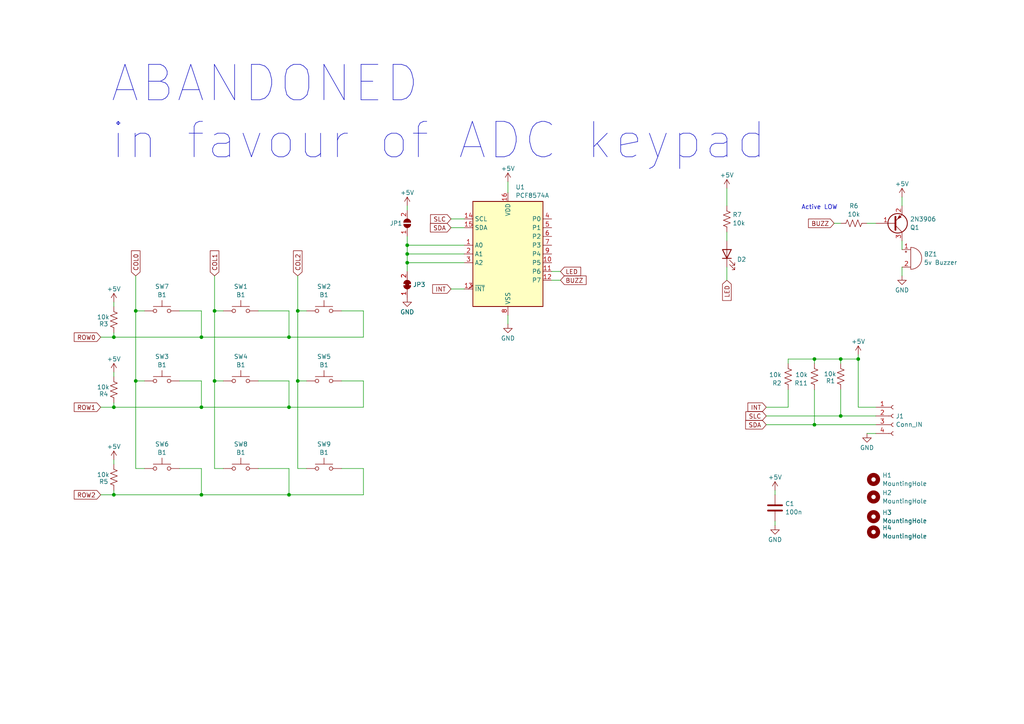
<source format=kicad_sch>
(kicad_sch (version 20230121) (generator eeschema)
  (paper "A4")
  (lib_symbols
    (symbol "Connector:Conn_01x04_Socket" (pin_names (offset 1.016) hide)
      (property "Reference" "J" (at 0 5.08 0))
      (property "Value" "Conn_01x04_Socket" (at 0 -7.62 0))
      (symbol "Conn_01x04_Socket_1_1"
        (arc (start 0 -4.572) (mid -0.5058 -5.08) (end 0 -5.588) (stroke (width 0.1524)))
        (arc (start 0 -2.032) (mid -0.5058 -2.54) (end 0 -3.048) (stroke (width 0.1524)))
        (polyline (pts (xy -1.27 -5.08) (xy -0.508 -5.08)) (stroke (width 0.1524)))
        (polyline (pts (xy -1.27 -2.54) (xy -0.508 -2.54)) (stroke (width 0.1524)))
        (polyline (pts (xy -1.27 0) (xy -0.508 0)) (stroke (width 0.1524)))
        (polyline (pts (xy -1.27 2.54) (xy -0.508 2.54)) (stroke (width 0.1524)))
        (arc (start 0 0.508) (mid -0.5058 0) (end 0 -0.508) (stroke (width 0.1524)))
        (arc (start 0 3.048) (mid -0.5058 2.54) (end 0 2.032) (stroke (width 0.1524)))
        (pin passive line (at -5.08 2.54 0) (length 3.81) (name "Pin_1") (number "1"))
        (pin passive line (at -5.08 0 0) (length 3.81) (name "Pin_2") (number "2"))
        (pin passive line (at -5.08 -2.54 0) (length 3.81) (name "Pin_3") (number "3"))
        (pin passive line (at -5.08 -5.08 0) (length 3.81) (name "Pin_4") (number "4"))
      )
    )
    (symbol "Device:Buzzer" (pin_names (offset 0.0254) hide)
      (property "Reference" "BZ" (at 3.81 1.27 0))
      (property "Value" "Buzzer" (at 3.81 -1.27 0))
      (symbol "Buzzer_0_1"
        (arc (start 0 -3.175) (mid 3.1612 0) (end 0 3.175))
        (polyline (pts (xy -1.651 1.905) (xy -1.143 1.905)))
        (polyline (pts (xy -1.397 2.159) (xy -1.397 1.651)))
        (polyline (pts (xy 0 3.175) (xy 0 -3.175)))
      )
      (symbol "Buzzer_1_1"
        (pin passive line (at -2.54 2.54 0) (length 2.54) (name "-") (number "1"))
        (pin passive line (at -2.54 -2.54 0) (length 2.54) (name "+") (number "2"))
      )
    )
    (symbol "Device:C" (pin_numbers hide) (pin_names (offset 0.254))
      (property "Reference" "C" (at 0.635 2.54 0))
      (property "Value" "C" (at 0.635 -2.54 0))
      (symbol "C_0_1"
        (polyline (pts (xy -2.032 -0.762) (xy 2.032 -0.762)) (stroke (width 0.508)))
        (polyline (pts (xy -2.032 0.762) (xy 2.032 0.762)) (stroke (width 0.508)))
      )
      (symbol "C_1_1"
        (pin passive line (at 0 3.81 270) (length 2.794) (name "~") (number "1"))
        (pin passive line (at 0 -3.81 90) (length 2.794) (name "~") (number "2"))
      )
    )
    (symbol "Device:LED" (pin_numbers hide) (pin_names (offset 1.016) hide)
      (property "Reference" "D" (at 0 2.54 0))
      (property "Value" "LED" (at 0 -2.54 0))
      (symbol "LED_0_1"
        (polyline (pts (xy -1.27 -1.27) (xy -1.27 1.27)) (stroke (width 0.254)))
        (polyline (pts (xy -1.27 0) (xy 1.27 0)))
        (polyline (pts (xy 1.27 -1.27) (xy 1.27 1.27) (xy -1.27 0) (xy 1.27 -1.27)) (stroke (width 0.254)))
        (polyline (pts (xy -3.048 -0.762) (xy -4.572 -2.286) (xy -3.81 -2.286) (xy -4.572 -2.286) (xy -4.572 -1.524)))
        (polyline (pts (xy -1.778 -0.762) (xy -3.302 -2.286) (xy -2.54 -2.286) (xy -3.302 -2.286) (xy -3.302 -1.524)))
      )
      (symbol "LED_1_1"
        (pin passive line (at -3.81 0 0) (length 2.54) (name "K") (number "1"))
        (pin passive line (at 3.81 0 180) (length 2.54) (name "A") (number "2"))
      )
    )
    (symbol "Device:Q_PNP_BEC" (pin_names (offset 0) hide)
      (property "Reference" "Q" (at 5.08 1.27 0))
      (property "Value" "Q_PNP_BEC" (at 5.08 -1.27 0))
      (symbol "Q_PNP_BEC_0_1"
        (polyline (pts (xy 0.635 0.635) (xy 2.54 2.54)))
        (polyline (pts (xy 0.635 -0.635) (xy 2.54 -2.54) (xy 2.54 -2.54)))
        (polyline (pts (xy 0.635 1.905) (xy 0.635 -1.905) (xy 0.635 -1.905)) (stroke (width 0.508)))
        (polyline (pts (xy 2.286 -1.778) (xy 1.778 -2.286) (xy 1.27 -1.27) (xy 2.286 -1.778) (xy 2.286 -1.778)) (fill (type outline)))
        (circle (center 1.27 0) (radius 2.8194) (stroke (width 0.254)))
      )
      (symbol "Q_PNP_BEC_1_1"
        (pin input line (at -5.08 0 0) (length 5.715) (name "B") (number "1"))
        (pin passive line (at 2.54 -5.08 90) (length 2.54) (name "E") (number "2"))
        (pin passive line (at 2.54 5.08 270) (length 2.54) (name "C") (number "3"))
      )
    )
    (symbol "Device:R_US" (pin_numbers hide) (pin_names (offset 0))
      (property "Reference" "R" (at 2.54 0 90))
      (property "Value" "R_US" (at -2.54 0 90))
      (symbol "R_US_0_1"
        (polyline (pts (xy 0 -2.286) (xy 0 -2.54)))
        (polyline (pts (xy 0 2.286) (xy 0 2.54)))
        (polyline (pts (xy 0 -0.762) (xy 1.016 -1.143) (xy 0 -1.524) (xy -1.016 -1.905) (xy 0 -2.286)))
        (polyline (pts (xy 0 0.762) (xy 1.016 0.381) (xy 0 0) (xy -1.016 -0.381) (xy 0 -0.762)))
        (polyline (pts (xy 0 2.286) (xy 1.016 1.905) (xy 0 1.524) (xy -1.016 1.143) (xy 0 0.762)))
      )
      (symbol "R_US_1_1"
        (pin passive line (at 0 3.81 270) (length 1.27) (name "~") (number "1"))
        (pin passive line (at 0 -3.81 90) (length 1.27) (name "~") (number "2"))
      )
    )
    (symbol "Interface_Expansion:PCF8574A"
      (property "Reference" "U" (at -8.89 16.51 0))
      (property "Value" "PCF8574A" (at 2.54 16.51 0))
      (symbol "PCF8574A_0_1"
        (rectangle (start -10.16 15.24) (end 10.16 -15.24) (stroke (width 0.254)) (fill (type background)))
      )
      (symbol "PCF8574A_1_1"
        (pin input line (at -12.7 2.54 0) (length 2.54) (name "A0") (number "1"))
        (pin bidirectional line (at 12.7 -2.54 180) (length 2.54) (name "P5") (number "10"))
        (pin bidirectional line (at 12.7 -5.08 180) (length 2.54) (name "P6") (number "11"))
        (pin bidirectional line (at 12.7 -7.62 180) (length 2.54) (name "P7") (number "12"))
        (pin open_collector output_low (at -12.7 -10.16 0) (length 2.54) (name "~{INT}") (number "13"))
        (pin input line (at -12.7 10.16 0) (length 2.54) (name "SCL") (number "14"))
        (pin bidirectional line (at -12.7 7.62 0) (length 2.54) (name "SDA") (number "15"))
        (pin power_in line (at 0 17.78 270) (length 2.54) (name "VDD") (number "16"))
        (pin input line (at -12.7 0 0) (length 2.54) (name "A1") (number "2"))
        (pin input line (at -12.7 -2.54 0) (length 2.54) (name "A2") (number "3"))
        (pin bidirectional line (at 12.7 10.16 180) (length 2.54) (name "P0") (number "4"))
        (pin bidirectional line (at 12.7 7.62 180) (length 2.54) (name "P1") (number "5"))
        (pin bidirectional line (at 12.7 5.08 180) (length 2.54) (name "P2") (number "6"))
        (pin bidirectional line (at 12.7 2.54 180) (length 2.54) (name "P3") (number "7"))
        (pin power_in line (at 0 -17.78 90) (length 2.54) (name "VSS") (number "8"))
        (pin bidirectional line (at 12.7 0 180) (length 2.54) (name "P4") (number "9"))
      )
    )
    (symbol "Jumper:SolderJumper_2_Bridged" (pin_names (offset 0) hide)
      (property "Reference" "JP" (at 0 2.032 0))
      (property "Value" "SolderJumper_2_Bridged" (at 0 -2.54 0))
      (symbol "SolderJumper_2_Bridged_0_1"
        (rectangle (start -0.508 0.508) (end 0.508 -0.508) (fill (type outline)))
        (arc (start -0.254 1.016) (mid -1.2656 0) (end -0.254 -1.016))
        (arc (start -0.254 1.016) (mid -1.2656 0) (end -0.254 -1.016) (fill (type outline)))
        (polyline (pts (xy -0.254 1.016) (xy -0.254 -1.016)))
        (polyline (pts (xy 0.254 1.016) (xy 0.254 -1.016)))
        (arc (start 0.254 -1.016) (mid 1.2656 0) (end 0.254 1.016))
        (arc (start 0.254 -1.016) (mid 1.2656 0) (end 0.254 1.016) (fill (type outline)))
      )
      (symbol "SolderJumper_2_Bridged_1_1"
        (pin passive line (at -3.81 0 0) (length 2.54) (name "A") (number "1"))
        (pin passive line (at 3.81 0 180) (length 2.54) (name "B") (number "2"))
      )
    )
    (symbol "Jumper:SolderJumper_2_Open" (pin_names (offset 0) hide)
      (property "Reference" "JP" (at 0 2.032 0))
      (property "Value" "SolderJumper_2_Open" (at 0 -2.54 0))
      (symbol "SolderJumper_2_Open_0_1"
        (arc (start -0.254 1.016) (mid -1.2656 0) (end -0.254 -1.016))
        (arc (start -0.254 1.016) (mid -1.2656 0) (end -0.254 -1.016) (fill (type outline)))
        (polyline (pts (xy -0.254 1.016) (xy -0.254 -1.016)))
        (polyline (pts (xy 0.254 1.016) (xy 0.254 -1.016)))
        (arc (start 0.254 -1.016) (mid 1.2656 0) (end 0.254 1.016))
        (arc (start 0.254 -1.016) (mid 1.2656 0) (end 0.254 1.016) (fill (type outline)))
      )
      (symbol "SolderJumper_2_Open_1_1"
        (pin passive line (at -3.81 0 0) (length 2.54) (name "A") (number "1"))
        (pin passive line (at 3.81 0 180) (length 2.54) (name "B") (number "2"))
      )
    )
    (symbol "Mechanical:MountingHole" (pin_names (offset 1.016))
      (property "Reference" "H" (at 0 5.08 0))
      (property "Value" "MountingHole" (at 0 3.175 0))
      (symbol "MountingHole_0_1"
        (circle (center 0 0) (radius 1.27) (stroke (width 1.27)))
      )
    )
    (symbol "Switch:SW_Push" (pin_numbers hide) (pin_names (offset 1.016) hide)
      (property "Reference" "SW" (at 1.27 2.54 0))
      (property "Value" "SW_Push" (at 0 -1.524 0))
      (symbol "SW_Push_0_1"
        (circle (center -2.032 0) (radius 0.508))
        (polyline (pts (xy 0 1.27) (xy 0 3.048)))
        (polyline (pts (xy 2.54 1.27) (xy -2.54 1.27)))
        (circle (center 2.032 0) (radius 0.508))
        (pin passive line (at -5.08 0 0) (length 2.54) (name "1") (number "1"))
        (pin passive line (at 5.08 0 180) (length 2.54) (name "2") (number "2"))
      )
    )
    (symbol "power:+5V" (power) (pin_names (offset 0))
      (property "Value" "+5V" (at 0 3.556 0))
      (symbol "+5V_0_1"
        (polyline (pts (xy -0.762 1.27) (xy 0 2.54)))
        (polyline (pts (xy 0 0) (xy 0 2.54)))
        (polyline (pts (xy 0 2.54) (xy 0.762 1.27)))
      )
      (symbol "+5V_1_1"
        (pin power_in line (at 0 0 90) (length 0) hide (name "+5V") (number "1"))
      )
    )
    (symbol "power:GND" (power) (pin_names (offset 0))
      (property "Value" "GND" (at 0 -3.81 0))
      (symbol "GND_0_1"
        (polyline (pts (xy 0 0) (xy 0 -1.27) (xy 1.27 -1.27) (xy 0 -2.54) (xy -1.27 -1.27) (xy 0 -1.27)))
      )
      (symbol "GND_1_1"
        (pin power_in line (at 0 0 270) (length 0) hide (name "GND") (number "1"))
      )
    )
  )
  (junction (at 118.11 73.66))
  (junction (at 118.11 76.2))
  (junction (at 62.23 90.17))
  (junction (at 33.02 97.79))
  (junction (at 58.42 143.51))
  (junction (at 243.84 104.14))
  (junction (at 243.84 120.65))
  (junction (at 83.82 143.51))
  (junction (at 236.22 123.19))
  (junction (at 39.37 110.49))
  (junction (at 39.37 90.17))
  (junction (at 62.23 110.49))
  (junction (at 83.82 118.11))
  (junction (at 33.02 118.11))
  (junction (at 58.42 118.11))
  (junction (at 236.22 104.14))
  (junction (at 58.42 97.79))
  (junction (at 33.02 143.51))
  (junction (at 86.36 90.17))
  (junction (at 118.11 71.12))
  (junction (at 86.36 110.49))
  (junction (at 248.92 104.14))
  (junction (at 83.82 97.79))
  (wire (pts (xy 118.11 59.69) (xy 118.11 60.96)))
  (wire (pts (xy 118.11 73.66) (xy 118.11 76.2)))
  (wire (pts (xy 228.6 113.03) (xy 228.6 118.11)))
  (wire (pts (xy 134.62 83.82) (xy 130.81 83.82)))
  (wire (pts (xy 74.93 110.49) (xy 83.82 110.49)))
  (wire (pts (xy 64.77 90.17) (xy 62.23 90.17)))
  (wire (pts (xy 58.42 90.17) (xy 58.42 97.79)))
  (wire (pts (xy 105.41 143.51) (xy 83.82 143.51)))
  (wire (pts (xy 74.93 90.17) (xy 83.82 90.17)))
  (wire (pts (xy 41.91 90.17) (xy 39.37 90.17)))
  (wire (pts (xy 62.23 110.49) (xy 62.23 135.89)))
  (wire (pts (xy 33.02 118.11) (xy 58.42 118.11)))
  (wire (pts (xy 118.11 76.2) (xy 134.62 76.2)))
  (wire (pts (xy 222.25 118.11) (xy 228.6 118.11)))
  (wire (pts (xy 52.07 110.49) (xy 58.42 110.49)))
  (wire (pts (xy 147.32 93.98) (xy 147.32 91.44)))
  (wire (pts (xy 261.62 57.15) (xy 261.62 59.69)))
  (wire (pts (xy 105.41 118.11) (xy 83.82 118.11)))
  (wire (pts (xy 39.37 80.01) (xy 39.37 90.17)))
  (wire (pts (xy 261.62 69.85) (xy 261.62 72.39)))
  (wire (pts (xy 39.37 110.49) (xy 39.37 135.89)))
  (wire (pts (xy 243.84 113.03) (xy 243.84 120.65)))
  (wire (pts (xy 236.22 104.14) (xy 243.84 104.14)))
  (wire (pts (xy 243.84 120.65) (xy 254 120.65)))
  (wire (pts (xy 228.6 104.14) (xy 236.22 104.14)))
  (wire (pts (xy 41.91 110.49) (xy 39.37 110.49)))
  (wire (pts (xy 222.25 123.19) (xy 236.22 123.19)))
  (wire (pts (xy 83.82 110.49) (xy 83.82 118.11)))
  (wire (pts (xy 29.21 143.51) (xy 33.02 143.51)))
  (wire (pts (xy 99.06 90.17) (xy 105.41 90.17)))
  (wire (pts (xy 261.62 77.47) (xy 261.62 80.01)))
  (wire (pts (xy 33.02 133.35) (xy 33.02 134.62)))
  (wire (pts (xy 243.84 104.14) (xy 243.84 105.41)))
  (wire (pts (xy 83.82 143.51) (xy 58.42 143.51)))
  (wire (pts (xy 33.02 116.84) (xy 33.02 118.11)))
  (wire (pts (xy 83.82 135.89) (xy 83.82 143.51)))
  (wire (pts (xy 236.22 104.14) (xy 236.22 105.41)))
  (wire (pts (xy 251.46 125.73) (xy 254 125.73)))
  (wire (pts (xy 160.02 81.28) (xy 162.56 81.28)))
  (wire (pts (xy 83.82 118.11) (xy 58.42 118.11)))
  (wire (pts (xy 130.81 66.04) (xy 134.62 66.04)))
  (wire (pts (xy 222.25 120.65) (xy 243.84 120.65)))
  (wire (pts (xy 147.32 52.705) (xy 147.32 55.88)))
  (wire (pts (xy 64.77 110.49) (xy 62.23 110.49)))
  (wire (pts (xy 105.41 110.49) (xy 105.41 118.11)))
  (wire (pts (xy 58.42 135.89) (xy 58.42 143.51)))
  (wire (pts (xy 105.41 97.79) (xy 83.82 97.79)))
  (wire (pts (xy 33.02 87.63) (xy 33.02 88.9)))
  (wire (pts (xy 224.79 151.13) (xy 224.79 152.4)))
  (wire (pts (xy 52.07 90.17) (xy 58.42 90.17)))
  (wire (pts (xy 29.21 118.11) (xy 33.02 118.11)))
  (wire (pts (xy 243.84 104.14) (xy 248.92 104.14)))
  (wire (pts (xy 248.92 104.14) (xy 248.92 118.11)))
  (wire (pts (xy 83.82 90.17) (xy 83.82 97.79)))
  (wire (pts (xy 39.37 90.17) (xy 39.37 110.49)))
  (wire (pts (xy 33.02 142.24) (xy 33.02 143.51)))
  (wire (pts (xy 134.62 73.66) (xy 118.11 73.66)))
  (wire (pts (xy 58.42 110.49) (xy 58.42 118.11)))
  (wire (pts (xy 62.23 90.17) (xy 62.23 110.49)))
  (wire (pts (xy 251.46 64.77) (xy 254 64.77)))
  (wire (pts (xy 228.6 104.14) (xy 228.6 105.41)))
  (wire (pts (xy 118.11 68.58) (xy 118.11 71.12)))
  (wire (pts (xy 88.9 135.89) (xy 86.36 135.89)))
  (wire (pts (xy 33.02 96.52) (xy 33.02 97.79)))
  (wire (pts (xy 64.77 135.89) (xy 62.23 135.89)))
  (wire (pts (xy 210.82 77.47) (xy 210.82 81.28)))
  (wire (pts (xy 210.82 54.61) (xy 210.82 59.69)))
  (wire (pts (xy 236.22 113.03) (xy 236.22 123.19)))
  (wire (pts (xy 241.935 64.77) (xy 243.84 64.77)))
  (wire (pts (xy 99.06 135.89) (xy 105.41 135.89)))
  (wire (pts (xy 134.62 71.12) (xy 118.11 71.12)))
  (wire (pts (xy 86.36 90.17) (xy 86.36 110.49)))
  (wire (pts (xy 118.11 78.74) (xy 118.11 76.2)))
  (wire (pts (xy 130.81 63.5) (xy 134.62 63.5)))
  (wire (pts (xy 62.23 80.01) (xy 62.23 90.17)))
  (wire (pts (xy 105.41 135.89) (xy 105.41 143.51)))
  (wire (pts (xy 33.02 97.79) (xy 29.21 97.79)))
  (wire (pts (xy 236.22 123.19) (xy 254 123.19)))
  (wire (pts (xy 33.02 143.51) (xy 58.42 143.51)))
  (wire (pts (xy 105.41 90.17) (xy 105.41 97.79)))
  (wire (pts (xy 248.92 118.11) (xy 254 118.11)))
  (wire (pts (xy 88.9 90.17) (xy 86.36 90.17)))
  (wire (pts (xy 118.11 71.12) (xy 118.11 73.66)))
  (wire (pts (xy 58.42 97.79) (xy 33.02 97.79)))
  (wire (pts (xy 83.82 97.79) (xy 58.42 97.79)))
  (wire (pts (xy 86.36 110.49) (xy 86.36 135.89)))
  (wire (pts (xy 210.82 67.31) (xy 210.82 69.85)))
  (wire (pts (xy 88.9 110.49) (xy 86.36 110.49)))
  (wire (pts (xy 52.07 135.89) (xy 58.42 135.89)))
  (wire (pts (xy 224.79 142.24) (xy 224.79 143.51)))
  (wire (pts (xy 41.91 135.89) (xy 39.37 135.89)))
  (wire (pts (xy 74.93 135.89) (xy 83.82 135.89)))
  (wire (pts (xy 99.06 110.49) (xy 105.41 110.49)))
  (wire (pts (xy 86.36 80.01) (xy 86.36 90.17)))
  (wire (pts (xy 33.02 107.95) (xy 33.02 109.22)))
  (wire (pts (xy 248.92 102.87) (xy 248.92 104.14)))
  (wire (pts (xy 160.02 78.74) (xy 162.56 78.74)))
  (text "Active LOW\n" (at 232.41 60.96 0) (effects (font (size 1.27 1.27)) (justify left bottom)))
  (text "ABANDONED \nin favour of ADC keypad\n" (at 31.75 46.99 0) (effects (font (size 10.27 10.27)) (justify left bottom)))
  (global_label "SLC" (shape input) (at 222.25 120.65 180) (property "Intersheetrefs" "${INTERSHEET_REFS}" (effects hide)))
  (global_label "COL0" (shape input) (at 39.37 80.01 90) (property "Intersheetrefs" "${INTERSHEET_REFS}" (effects hide)))
  (global_label "INT" (shape input) (at 222.25 118.11 180) (property "Intersheetrefs" "${INTERSHEET_REFS}" (effects hide)))
  (global_label "INT" (shape input) (at 130.81 83.82 180) (property "Intersheetrefs" "${INTERSHEET_REFS}" (effects hide)))
  (global_label "COL1" (shape input) (at 62.23 80.01 90) (property "Intersheetrefs" "${INTERSHEET_REFS}" (effects hide)))
  (global_label "SLC" (shape input) (at 130.81 63.5 180) (property "Intersheetrefs" "${INTERSHEET_REFS}" (effects hide)))
  (global_label "SDA" (shape input) (at 222.25 123.19 180) (property "Intersheetrefs" "${INTERSHEET_REFS}" (effects hide)))
  (global_label "COL2" (shape input) (at 86.36 80.01 90) (property "Intersheetrefs" "${INTERSHEET_REFS}" (effects hide)))
  (global_label "LED" (shape input) (at 210.82 81.28 270) (property "Intersheetrefs" "${INTERSHEET_REFS}" (effects hide)))
  (global_label "BUZZ" (shape input) (at 241.935 64.77 180) (property "Intersheetrefs" "${INTERSHEET_REFS}" (effects hide)))
  (global_label "SDA" (shape input) (at 130.81 66.04 180) (property "Intersheetrefs" "${INTERSHEET_REFS}" (effects hide)))
  (global_label "LED" (shape input) (at 162.56 78.74 0) (property "Intersheetrefs" "${INTERSHEET_REFS}" (effects hide)))
  (global_label "ROW2" (shape input) (at 29.21 143.51 180) (property "Intersheetrefs" "${INTERSHEET_REFS}" (effects hide)))
  (global_label "BUZZ" (shape input) (at 162.56 81.28 0) (property "Intersheetrefs" "${INTERSHEET_REFS}" (effects hide)))
  (global_label "ROW0" (shape input) (at 29.21 97.79 180) (property "Intersheetrefs" "${INTERSHEET_REFS}" (effects hide)))
  (global_label "ROW1" (shape input) (at 29.21 118.11 180) (property "Intersheetrefs" "${INTERSHEET_REFS}" (effects hide)))
  (symbol (lib_id "power:GND") (at 224.79 152.4 0) (unit 1)
    (property "Reference" "#PWR05" (effects hide))
    (property "Value" "GND" (at 224.79 156.5331 0))
  )
  (symbol (lib_id "power:+5V") (at 147.32 52.705 0) (unit 1)
    (property "Reference" "#PWR02" (effects hide))
    (property "Value" "+5V" (at 147.32 48.895 0))
  )
  (symbol (lib_id "Device:R_US") (at 33.02 138.43 0) (unit 1)
    (property "Reference" "R5" (at 28.7233 139.6977 0) (effects (justify left)))
    (property "Value" "10k" (at 28.0883 137.6769 0) (effects (justify left)))
    (property "Footprint" "Resistor_SMD:R_0805_2012Metric" (effects hide))
  )
  (symbol (lib_id "Device:C") (at 224.79 147.32 180) (unit 1)
    (property "Reference" "C1" (at 227.711 146.1079 0) (effects (justify right)))
    (property "Value" "100n" (at 227.711 148.5321 0) (effects (justify right)))
    (property "Footprint" "Capacitor_SMD:C_1206_3216Metric" (effects hide))
  )
  (symbol (lib_id "Switch:SW_Push") (at 46.99 110.49 0) (unit 1)
    (property "Reference" "SW3" (at 46.99 103.4247 0))
    (property "Value" "B1" (at 46.99 105.8489 0))
    (property "Footprint" "Button_Switch_THT:SW_PUSH_6mm" (effects hide))
  )
  (symbol (lib_id "Device:Q_PNP_BEC") (at 259.08 64.77 0) (mirror x) (unit 1)
    (property "Reference" "Q1" (at 263.9314 65.9821 0) (effects (justify left)))
    (property "Value" "2N3906" (at 263.9314 63.5579 0) (effects (justify left)))
    (property "Footprint" "Package_TO_SOT_SMD:SOT-23" (effects hide))
  )
  (symbol (lib_id "Device:R_US") (at 243.84 109.22 0) (unit 1)
    (property "Reference" "R1" (at 239.5433 110.4877 0) (effects (justify left)))
    (property "Value" "10k" (at 238.9083 108.4669 0) (effects (justify left)))
    (property "Footprint" "Resistor_SMD:R_0805_2012Metric" (effects hide))
  )
  (symbol (lib_id "Mechanical:MountingHole") (at 253.365 139.065 0) (unit 1)
    (property "Reference" "H1" (at 255.905 137.8529 0) (effects (justify left)))
    (property "Value" "MountingHole" (at 255.905 140.2771 0) (effects (justify left)))
    (property "Footprint" "MountingHole:MountingHole_3.2mm_M3" (effects hide))
  )
  (symbol (lib_id "Mechanical:MountingHole") (at 253.365 149.86 0) (unit 1)
    (property "Reference" "H3" (at 255.905 148.6479 0) (effects (justify left)))
    (property "Value" "MountingHole" (at 255.905 151.0721 0) (effects (justify left)))
    (property "Footprint" "MountingHole:MountingHole_3.2mm_M3" (effects hide))
  )
  (symbol (lib_id "Device:R_US") (at 210.82 63.5 0) (unit 1)
    (property "Reference" "R7" (at 212.471 62.2879 0) (effects (justify left)))
    (property "Value" "10k" (at 212.471 64.7121 0) (effects (justify left)))
    (property "Footprint" "Resistor_SMD:R_0805_2012Metric" (effects hide))
  )
  (symbol (lib_id "Switch:SW_Push") (at 93.98 90.17 0) (unit 1)
    (property "Reference" "SW2" (at 93.98 83.1047 0))
    (property "Value" "B1" (at 93.98 85.5289 0))
    (property "Footprint" "Button_Switch_THT:SW_PUSH_6mm" (effects hide))
  )
  (symbol (lib_id "Switch:SW_Push") (at 69.85 110.49 0) (unit 1)
    (property "Reference" "SW4" (at 69.85 103.4247 0))
    (property "Value" "B1" (at 69.85 105.8489 0))
    (property "Footprint" "Button_Switch_THT:SW_PUSH_6mm" (effects hide))
  )
  (symbol (lib_id "Mechanical:MountingHole") (at 253.365 154.305 0) (unit 1)
    (property "Reference" "H4" (at 255.905 153.0929 0) (effects (justify left)))
    (property "Value" "MountingHole" (at 255.905 155.5171 0) (effects (justify left)))
    (property "Footprint" "MountingHole:MountingHole_3.2mm_M3" (effects hide))
  )
  (symbol (lib_id "Device:Buzzer") (at 264.16 74.93 0) (unit 1)
    (property "Reference" "BZ1" (at 267.9562 73.7179 0) (effects (justify left)))
    (property "Value" "5v Buzzer" (at 267.9562 76.1421 0) (effects (justify left)))
    (property "Footprint" "Buzzer_Beeper:Buzzer_12x9.5RM7.6" (effects hide))
  )
  (symbol (lib_id "Jumper:SolderJumper_2_Bridged") (at 118.11 82.55 90) (unit 1)
    (property "Reference" "JP3" (at 119.761 82.55 90) (effects (justify right)))
    (property "Value" "SolderJumper_2_Bridged" (effects hide))
  )
  (symbol (lib_id "Connector:Conn_01x04_Socket") (at 259.08 120.65 0) (unit 1)
    (property "Reference" "J1" (at 259.7912 120.7079 0) (effects (justify left)))
    (property "Value" "Conn_IN" (at 259.7912 123.1321 0) (effects (justify left)))
    (property "Footprint" "Connector_PinSocket_2.54mm:PinSocket_1x04_P2.54mm_Vertical" (effects hide))
  )
  (symbol (lib_id "Device:R_US") (at 33.02 113.03 0) (unit 1)
    (property "Reference" "R4" (at 28.7233 114.2977 0) (effects (justify left)))
    (property "Value" "10k" (at 28.0883 112.2769 0) (effects (justify left)))
    (property "Footprint" "Resistor_SMD:R_0805_2012Metric" (effects hide))
  )
  (symbol (lib_id "Switch:SW_Push") (at 69.85 135.89 0) (unit 1)
    (property "Reference" "SW8" (at 69.85 128.8247 0))
    (property "Value" "B1" (at 69.85 131.2489 0))
    (property "Footprint" "Button_Switch_THT:SW_PUSH_6mm" (effects hide))
  )
  (symbol (lib_id "Mechanical:MountingHole") (at 253.365 144.145 0) (unit 1)
    (property "Reference" "H2" (at 255.905 142.9329 0) (effects (justify left)))
    (property "Value" "MountingHole" (at 255.905 145.3571 0) (effects (justify left)))
    (property "Footprint" "MountingHole:MountingHole_3.2mm_M3" (effects hide))
  )
  (symbol (lib_id "Device:R_US") (at 236.22 109.22 180) (unit 1)
    (property "Reference" "R11" (at 234.315 111.125 0) (effects (justify left)))
    (property "Value" "10k" (at 234.315 108.7008 0) (effects (justify left)))
    (property "Footprint" "Resistor_SMD:R_0805_2012Metric" (effects hide))
  )
  (symbol (lib_id "power:GND") (at 251.46 125.73 0) (unit 1)
    (property "Reference" "#PWR04" (effects hide))
    (property "Value" "GND" (at 251.46 129.8631 0))
  )
  (symbol (lib_id "power:+5V") (at 33.02 107.95 0) (unit 1)
    (property "Reference" "#PWR09" (effects hide))
    (property "Value" "+5V" (at 33.02 104.14 0))
  )
  (symbol (lib_id "power:GND") (at 261.62 80.01 0) (unit 1)
    (property "Reference" "#PWR08" (effects hide))
    (property "Value" "GND" (at 261.62 84.1431 0))
  )
  (symbol (lib_id "Switch:SW_Push") (at 69.85 90.17 0) (unit 1)
    (property "Reference" "SW1" (at 69.85 83.1047 0))
    (property "Value" "B1" (at 69.85 85.5289 0))
    (property "Footprint" "Button_Switch_THT:SW_PUSH_6mm" (effects hide))
  )
  (symbol (lib_id "power:GND") (at 147.32 93.98 0) (unit 1)
    (property "Reference" "#PWR01" (effects hide))
    (property "Value" "GND" (at 147.32 98.1131 0))
  )
  (symbol (lib_id "power:+5V") (at 224.79 142.24 0) (unit 1)
    (property "Reference" "#PWR06" (effects hide))
    (property "Value" "+5V" (at 224.79 138.43 0))
  )
  (symbol (lib_id "Device:R_US") (at 228.6 109.22 180) (unit 1)
    (property "Reference" "R2" (at 226.695 111.125 0) (effects (justify left)))
    (property "Value" "10k" (at 226.695 108.7008 0) (effects (justify left)))
    (property "Footprint" "Resistor_SMD:R_0805_2012Metric" (effects hide))
  )
  (symbol (lib_id "Switch:SW_Push") (at 93.98 110.49 0) (unit 1)
    (property "Reference" "SW5" (at 93.98 103.4247 0))
    (property "Value" "B1" (at 93.98 105.8489 0))
    (property "Footprint" "Button_Switch_THT:SW_PUSH_6mm" (effects hide))
  )
  (symbol (lib_id "power:+5V") (at 261.62 57.15 0) (unit 1)
    (property "Reference" "#PWR07" (effects hide))
    (property "Value" "+5V" (at 261.62 53.34 0))
  )
  (symbol (lib_id "Switch:SW_Push") (at 46.99 135.89 0) (unit 1)
    (property "Reference" "SW6" (at 46.99 128.8247 0))
    (property "Value" "B1" (at 46.99 131.2489 0))
    (property "Footprint" "Button_Switch_THT:SW_PUSH_6mm" (effects hide))
  )
  (symbol (lib_id "power:+5V") (at 210.82 54.61 0) (unit 1)
    (property "Reference" "#PWR013" (effects hide))
    (property "Value" "+5V" (at 210.82 50.8 0))
  )
  (symbol (lib_id "Device:R_US") (at 33.02 92.71 0) (unit 1)
    (property "Reference" "R3" (at 28.7233 93.9777 0) (effects (justify left)))
    (property "Value" "10k" (at 28.0883 91.9569 0) (effects (justify left)))
    (property "Footprint" "Resistor_SMD:R_0805_2012Metric" (effects hide))
  )
  (symbol (lib_id "power:GND") (at 118.11 86.36 0) (unit 1)
    (property "Reference" "#PWR011" (effects hide))
    (property "Value" "GND" (at 118.11 90.4931 0))
  )
  (symbol (lib_id "power:+5V") (at 33.02 133.35 0) (unit 1)
    (property "Reference" "#PWR010" (effects hide))
    (property "Value" "+5V" (at 33.02 129.54 0))
  )
  (symbol (lib_id "power:+5V") (at 248.92 102.87 0) (unit 1)
    (property "Reference" "#PWR03" (effects hide))
    (property "Value" "+5V" (at 248.92 99.06 0))
  )
  (symbol (lib_id "Jumper:SolderJumper_2_Open") (at 118.11 64.77 90) (unit 1)
    (property "Reference" "JP1" (at 113.03 64.77 90) (effects (justify right)))
    (property "Value" "SolderJumper_2_Open" (effects hide))
  )
  (symbol (lib_id "Switch:SW_Push") (at 46.99 90.17 0) (unit 1)
    (property "Reference" "SW7" (at 46.99 83.1047 0))
    (property "Value" "B1" (at 46.99 85.5289 0))
    (property "Footprint" "Button_Switch_THT:SW_PUSH_6mm" (effects hide))
  )
  (symbol (lib_id "Interface_Expansion:PCF8574A") (at 147.32 73.66 0) (unit 1)
    (property "Reference" "U1" (at 149.5141 54.2757 0) (effects (justify left)))
    (property "Value" "PCF8574A" (at 149.5141 56.6999 0) (effects (justify left)))
    (property "Footprint" "Package_SO:SOIC-16W_7.5x10.3mm_P1.27mm" (effects hide))
    (property "Datasheet" "http://www.nxp.com/docs/en/data-sheet/PCF8574_PCF8574A.pdf" (effects hide))
  )
  (symbol (lib_id "Device:LED") (at 210.82 73.66 90) (unit 1)
    (property "Reference" "D2" (at 213.741 75.2475 90) (effects (justify right)))
    (property "Value" "HI_Port" (effects hide))
    (property "Footprint" "LED_THT:LED_D5.0mm" (effects hide))
  )
  (symbol (lib_id "Device:R_US") (at 247.65 64.77 90) (unit 1)
    (property "Reference" "R6" (at 247.65 59.7367 90))
    (property "Value" "10k" (at 247.65 62.1609 90))
    (property "Footprint" "Resistor_SMD:R_0805_2012Metric" (effects hide))
  )
  (symbol (lib_id "Switch:SW_Push") (at 93.98 135.89 0) (unit 1)
    (property "Reference" "SW9" (at 93.98 128.8247 0))
    (property "Value" "B1" (at 93.98 131.2489 0))
    (property "Footprint" "Button_Switch_THT:SW_PUSH_6mm" (effects hide))
  )
  (symbol (lib_id "power:+5V") (at 118.11 59.69 0) (unit 1)
    (property "Reference" "#PWR012" (effects hide))
    (property "Value" "+5V" (at 118.11 55.88 0))
  )
  (symbol (lib_id "power:+5V") (at 33.02 87.63 0) (unit 1)
    (property "Reference" "#PWR015" (effects hide))
    (property "Value" "+5V" (at 33.02 83.82 0))
  )
)
</source>
